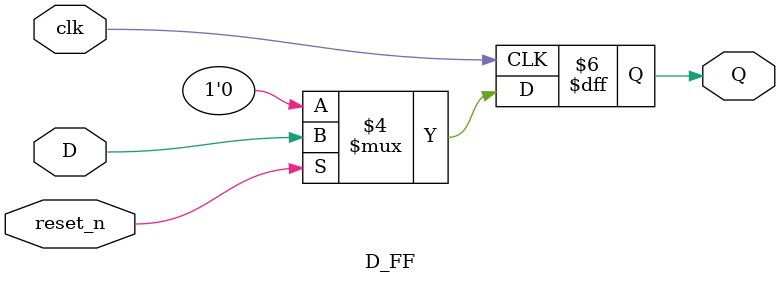
<source format=v>
`timescale 1ns / 1ps


module D_FF(
    input D,
    input clk, reset_n,
    output reg Q
    );
    always @(posedge clk)
    begin
        if (~reset_n)
            Q <='b0;
        else
            Q <= D;
    end
endmodule

</source>
